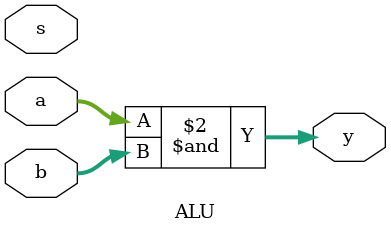
<source format=v>
`timescale 1ns / 1ps
module ALU(a,b,s, y);
    input [3:0] a,b,s;
    output [7:0] y;
   	 reg [7:0] y;
	 always @*
	 begin
	 case(5)
	 4'b0000: y<=a+b;
	 4'b0001: y<=a-b;
	 4'b0010: y<=a*b;
	 4'b0011: y<=a/b;
	 4'b0100: y<=a%b;
	 4'b0101: y<=a&b;
	 4'b0110: y<=a|b;
	 4'b0111: y<=a==b;
	 4'b1000: y<=a&&b;
	 4'b1001: y<=a||b;
	 4'b1010: y<=a>>b;
	 4'b1011: y<=a<<b;
	 4'b1100: y<=a^b;
	 4'b1101: y<=~a;
	 4'b1110: y<={a,b};
	 4'b1111: y<={2{a}};
	 endcase
	 end
	 

endmodule

</source>
